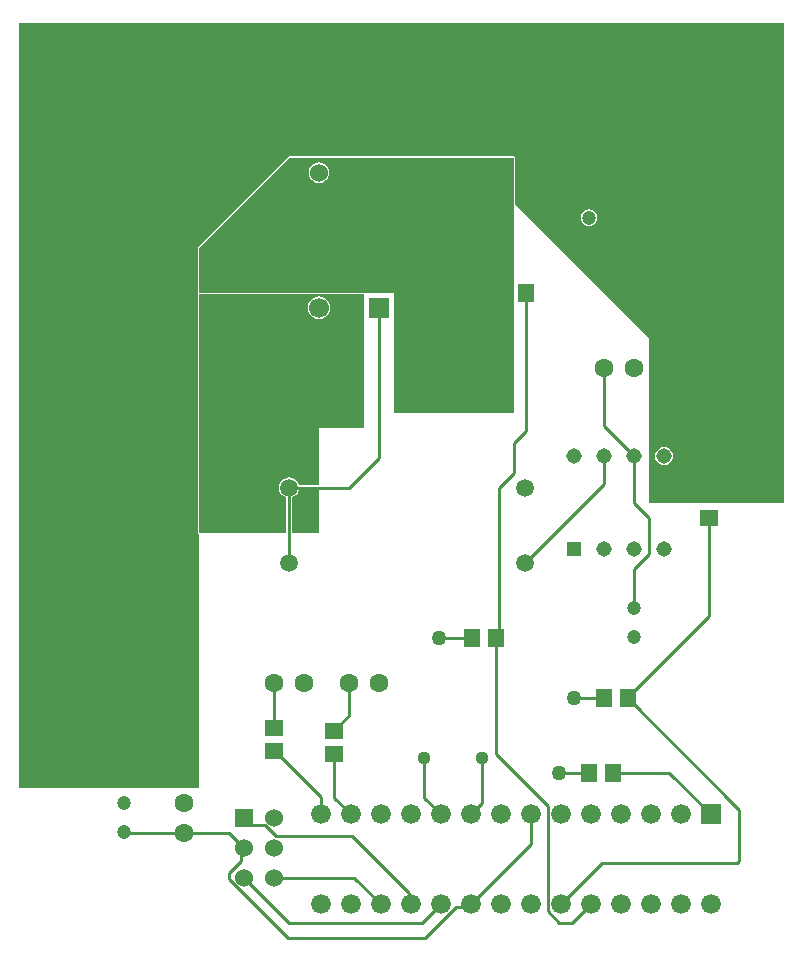
<source format=gtl>
G04*
G04 #@! TF.GenerationSoftware,Altium Limited,Altium Designer,19.1.7 (138)*
G04*
G04 Layer_Physical_Order=1*
G04 Layer_Color=255*
%FSLAX25Y25*%
%MOIN*%
G70*
G01*
G75*
%ADD12C,0.01000*%
%ADD16R,0.05512X0.05906*%
%ADD17R,0.05906X0.05512*%
%ADD38C,0.06299*%
%ADD39R,0.06299X0.06299*%
%ADD40R,0.06299X0.06299*%
%ADD41C,0.04724*%
%ADD42R,0.06693X0.06693*%
%ADD43C,0.06693*%
%ADD44C,0.05906*%
%ADD45C,0.06299*%
%ADD46C,0.08661*%
%ADD47C,0.04449*%
%ADD48R,0.04724X0.04724*%
%ADD49C,0.05150*%
%ADD50R,0.05150X0.05150*%
%ADD51R,0.06000X0.06000*%
%ADD52C,0.06000*%
%ADD53C,0.05000*%
%ADD54C,0.06600*%
%ADD55R,0.06600X0.06600*%
G36*
X165000Y180000D02*
X125000D01*
Y220000D01*
X60000D01*
Y235000D01*
X90000Y265000D01*
X165000D01*
Y180000D01*
D02*
G37*
G36*
X115000Y175000D02*
X100000D01*
Y155918D01*
X93249D01*
X92929Y156691D01*
X92391Y157391D01*
X91691Y157929D01*
X90875Y158266D01*
X90000Y158382D01*
X89125Y158266D01*
X88309Y157929D01*
X87609Y157391D01*
X87071Y156691D01*
X86734Y155875D01*
X86618Y155000D01*
X86734Y154125D01*
X87071Y153309D01*
X87609Y152609D01*
X88309Y152071D01*
X89082Y151751D01*
Y140000D01*
X60000D01*
Y219567D01*
X115000D01*
Y175000D01*
D02*
G37*
G36*
X255000Y150000D02*
X210000D01*
Y205000D01*
X165433Y249567D01*
Y265000D01*
X165306Y265306D01*
X165000Y265433D01*
X90000D01*
X89694Y265306D01*
X59694Y235306D01*
X59567Y235000D01*
Y220000D01*
X59657Y219783D01*
X59567Y219567D01*
Y140000D01*
X59694Y139694D01*
X60000Y139567D01*
Y55000D01*
X0D01*
Y310000D01*
X255000D01*
Y150000D01*
D02*
G37*
G36*
X100000Y140000D02*
X90918D01*
Y151751D01*
X91691Y152071D01*
X92391Y152609D01*
X92929Y153309D01*
X93249Y154082D01*
X100000D01*
Y140000D01*
D02*
G37*
%LPC*%
G36*
Y263429D02*
X99112Y263313D01*
X98285Y262970D01*
X97575Y262425D01*
X97030Y261715D01*
X96688Y260888D01*
X96571Y260000D01*
X96688Y259112D01*
X97030Y258285D01*
X97575Y257575D01*
X98285Y257030D01*
X99112Y256687D01*
X100000Y256571D01*
X100888Y256687D01*
X101715Y257030D01*
X102425Y257575D01*
X102970Y258285D01*
X103313Y259112D01*
X103429Y260000D01*
X103313Y260888D01*
X102970Y261715D01*
X102425Y262425D01*
X101715Y262970D01*
X100888Y263313D01*
X100000Y263429D01*
D02*
G37*
G36*
Y218779D02*
X99022Y218650D01*
X98111Y218272D01*
X97328Y217672D01*
X96728Y216889D01*
X96350Y215978D01*
X96221Y215000D01*
X96350Y214022D01*
X96728Y213111D01*
X97328Y212328D01*
X98111Y211727D01*
X99022Y211350D01*
X100000Y211221D01*
X100978Y211350D01*
X101889Y211727D01*
X102672Y212328D01*
X103272Y213111D01*
X103650Y214022D01*
X103779Y215000D01*
X103650Y215978D01*
X103272Y216889D01*
X102672Y217672D01*
X101889Y218272D01*
X100978Y218650D01*
X100000Y218779D01*
D02*
G37*
G36*
X190000Y247786D02*
X189279Y247691D01*
X188607Y247413D01*
X188030Y246970D01*
X187587Y246393D01*
X187309Y245721D01*
X187214Y245000D01*
X187309Y244279D01*
X187587Y243607D01*
X188030Y243030D01*
X188607Y242587D01*
X189279Y242309D01*
X190000Y242214D01*
X190721Y242309D01*
X191393Y242587D01*
X191970Y243030D01*
X192413Y243607D01*
X192691Y244279D01*
X192786Y245000D01*
X192691Y245721D01*
X192413Y246393D01*
X191970Y246970D01*
X191393Y247413D01*
X190721Y247691D01*
X190000Y247786D01*
D02*
G37*
G36*
X215000Y168493D02*
X214223Y168390D01*
X213500Y168091D01*
X212878Y167614D01*
X212402Y166992D01*
X212102Y166269D01*
X212000Y165492D01*
X212102Y164716D01*
X212402Y163992D01*
X212878Y163371D01*
X213500Y162894D01*
X214223Y162594D01*
X215000Y162492D01*
X215777Y162594D01*
X216500Y162894D01*
X217122Y163371D01*
X217599Y163992D01*
X217898Y164716D01*
X218001Y165492D01*
X217898Y166269D01*
X217599Y166992D01*
X217122Y167614D01*
X216500Y168091D01*
X215777Y168390D01*
X215000Y168493D01*
D02*
G37*
%LPD*%
D12*
X70000Y40000D02*
X75000Y35000D01*
X55000Y40000D02*
X70000D01*
X35000Y40157D02*
X35157Y40000D01*
X55000D01*
X195000Y175492D02*
X205000Y165492D01*
X195000Y175492D02*
Y195000D01*
X140000Y105000D02*
X151063D01*
X185000Y85000D02*
X195000D01*
X168740Y130000D02*
X195000Y156260D01*
X180000Y60000D02*
X190000D01*
X216563D02*
X230500Y46063D01*
X197874Y60000D02*
X216563D01*
X150500Y46063D02*
X154213Y49776D01*
Y65000D01*
X135000Y51563D02*
X140500Y46063D01*
X135000Y51563D02*
Y65000D01*
X105000Y51563D02*
X110500Y46063D01*
X105000Y51563D02*
Y66063D01*
X107453Y76390D02*
X110000Y78937D01*
X107453Y76193D02*
Y76390D01*
X105197Y73937D02*
X107453Y76193D01*
X105000Y73937D02*
X105197D01*
X110000Y78937D02*
Y90000D01*
X85000Y75000D02*
Y90000D01*
X100500Y46063D02*
Y51823D01*
X85197Y67126D02*
X100500Y51823D01*
X85000Y67126D02*
X85197D01*
X195000Y156260D02*
Y165492D01*
X205000Y150000D02*
Y165492D01*
Y150000D02*
X210000Y145000D01*
Y133004D02*
Y145000D01*
X205000Y128004D02*
X210000Y133004D01*
X205000Y115000D02*
Y128004D01*
X202874Y85197D02*
X230000Y112323D01*
X202874Y85000D02*
Y85197D01*
X230000Y112323D02*
Y145000D01*
X239414Y30000D02*
X240000Y30586D01*
Y47677D01*
X202874Y84803D02*
X240000Y47677D01*
X202874Y84803D02*
Y85000D01*
X194437Y30000D02*
X239414D01*
X180500Y16063D02*
X194437Y30000D01*
X180000Y10000D02*
X184437D01*
X190500Y16063D01*
X176300Y13700D02*
X180000Y10000D01*
X176300Y13700D02*
Y48700D01*
X158937Y66063D02*
X176300Y48700D01*
X158937Y66063D02*
Y105000D01*
X150500Y16063D02*
X170500Y36063D01*
Y46063D01*
X160000Y106063D02*
Y155000D01*
X158937Y105000D02*
X160000Y106063D01*
Y155000D02*
X165000Y160000D01*
Y170000D01*
X168937Y173937D01*
Y220000D01*
X90000Y130000D02*
Y155000D01*
X110000D01*
X120000Y165000D01*
Y215000D01*
X130000Y16563D02*
Y20000D01*
X111100Y38900D02*
X130000Y20000D01*
Y16563D02*
X130500Y16063D01*
X85585Y38900D02*
X111100D01*
X53306Y38032D02*
X55946D01*
X74043Y34043D02*
X75000Y35000D01*
X89485Y5000D02*
X135377D01*
X70000Y24485D02*
X89485Y5000D01*
X70000Y24485D02*
Y26647D01*
X74043Y30690D01*
Y34043D01*
X90000Y10000D02*
X134437D01*
X75000Y25000D02*
X90000Y10000D01*
X111563Y25000D02*
X120500Y16063D01*
X85000Y25000D02*
X111563D01*
X81985Y42500D02*
X85585Y38900D01*
X77500Y42500D02*
X81985D01*
X75000Y45000D02*
X77500Y42500D01*
X135377Y5000D02*
X145700Y15323D01*
X149760D01*
X150500Y16063D01*
X134437Y10000D02*
X140500Y16063D01*
D16*
X158937Y105000D02*
D03*
X151063D02*
D03*
X161063Y220000D02*
D03*
X168937D02*
D03*
X197874Y60000D02*
D03*
X190000D02*
D03*
X195000Y85000D02*
D03*
X202874D02*
D03*
D17*
X105000Y73937D02*
D03*
Y66063D02*
D03*
X85000Y75000D02*
D03*
Y67126D02*
D03*
X230000Y152874D02*
D03*
Y145000D02*
D03*
D38*
X55000Y40000D02*
D03*
Y50000D02*
D03*
X195000Y195000D02*
D03*
X205000D02*
D03*
D39*
X55000Y60000D02*
D03*
D40*
X215000Y195000D02*
D03*
D41*
X35000Y50000D02*
D03*
Y40157D02*
D03*
X205000Y105157D02*
D03*
Y115000D02*
D03*
X190000Y245000D02*
D03*
X35000Y235000D02*
D03*
D42*
X120000Y215000D02*
D03*
D43*
X110000D02*
D03*
X100000D02*
D03*
D44*
X90000Y155000D02*
D03*
X168740D02*
D03*
Y130000D02*
D03*
X90000D02*
D03*
D45*
X120000Y90000D02*
D03*
X110000D02*
D03*
X95000D02*
D03*
X85000D02*
D03*
D46*
Y190000D02*
D03*
X144055D02*
D03*
D47*
X135000Y65000D02*
D03*
X154213D02*
D03*
D48*
X220000Y245000D02*
D03*
X65000Y235000D02*
D03*
D49*
X195000Y165492D02*
D03*
X205000D02*
D03*
X185000D02*
D03*
X215000D02*
D03*
Y134508D02*
D03*
X195000D02*
D03*
X205000D02*
D03*
D50*
X185000D02*
D03*
D51*
X100000Y270000D02*
D03*
X115000Y260000D02*
D03*
X75000Y45000D02*
D03*
D52*
X100000Y260000D02*
D03*
X115000Y270000D02*
D03*
X75000Y35000D02*
D03*
Y25000D02*
D03*
X85000D02*
D03*
Y35000D02*
D03*
Y45000D02*
D03*
D53*
X70000Y150000D02*
D03*
X20000D02*
D03*
X140000Y105000D02*
D03*
X185000Y85000D02*
D03*
X180000Y60000D02*
D03*
D54*
X230500Y16063D02*
D03*
X220500D02*
D03*
X210500D02*
D03*
X200500D02*
D03*
X190500D02*
D03*
X180500D02*
D03*
X170500D02*
D03*
X160500D02*
D03*
X150500D02*
D03*
X140500D02*
D03*
X130500D02*
D03*
X120500D02*
D03*
X110500D02*
D03*
X100500D02*
D03*
Y46063D02*
D03*
X110500D02*
D03*
X120500D02*
D03*
X130500D02*
D03*
X140500D02*
D03*
X150500D02*
D03*
X160500D02*
D03*
X170500D02*
D03*
X180500D02*
D03*
X190500D02*
D03*
X200500D02*
D03*
X210500D02*
D03*
X220500D02*
D03*
D55*
X230500D02*
D03*
M02*

</source>
